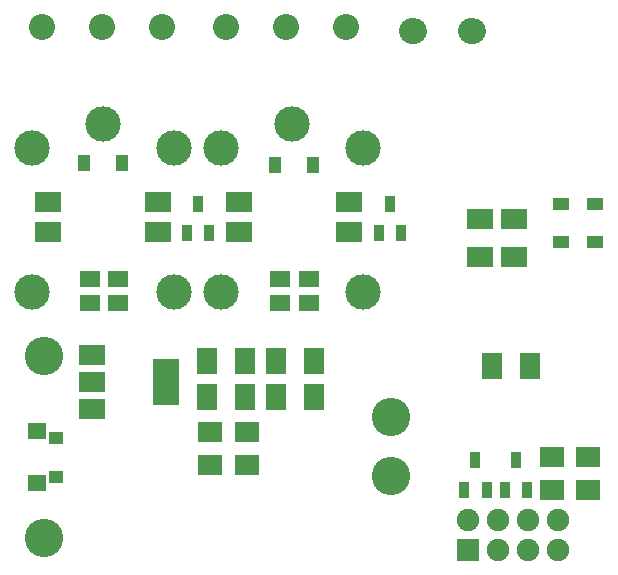
<source format=gbs>
G04 Layer: BottomSolderMaskLayer*
G04 EasyEDA v5.9.42, Tue, 02 Apr 2019 20:51:07 GMT*
G04 166f39b61798459ea13d042530858995*
G04 Gerber Generator version 0.2*
G04 Scale: 100 percent, Rotated: No, Reflected: No *
G04 Dimensions in millimeters *
G04 leading zeros omitted , absolute positions ,3 integer and 3 decimal *
%FSLAX33Y33*%
%MOMM*%
G90*
G71D02*

%ADD46C,2.203196*%
%ADD48R,1.903197X1.903197*%
%ADD49C,1.903197*%
%ADD51C,3.251200*%
%ADD52C,3.253207*%
%ADD54C,2.997200*%
%ADD55R,1.422400X1.112520*%
%ADD56R,1.803400X2.203196*%
%ADD57R,2.004060X1.803400*%
%ADD59R,2.203196X4.003192*%
%ADD60R,2.203196X1.703197*%
%ADD61R,0.903199X1.453210*%
%ADD62R,1.112520X1.422400*%
%ADD63R,1.253211X1.053211*%
%ADD64R,1.603197X1.453210*%
%ADD65R,1.653210X1.363218*%
%ADD66R,2.203196X1.803400*%

%LPD*%
G54D46*
G01X34098Y45592D02*
G01X34298Y45592D01*
G01X39107Y45592D02*
G01X39307Y45592D01*
G54D59*
G01X13333Y15874D03*
G54D60*
G01X7034Y15873D03*
G01X7034Y18173D03*
G01X7034Y13573D03*
G54D56*
G01X20015Y17651D03*
G01X16814Y17651D03*
G01X20015Y14603D03*
G01X16814Y14603D03*
G01X25857Y17651D03*
G01X22656Y17651D03*
G01X25857Y14606D03*
G01X22656Y14606D03*
G54D55*
G01X49659Y30962D03*
G01X49659Y27711D03*
G01X46736Y30962D03*
G01X46736Y27711D03*
G54D60*
G01X12654Y31112D03*
G01X12654Y28572D03*
G01X3354Y28572D03*
G01X3354Y31112D03*
G01X28779Y31114D03*
G01X28779Y28574D03*
G01X19480Y28574D03*
G01X19480Y31114D03*
G54D57*
G01X45972Y9524D03*
G01X45972Y6730D03*
G01X49023Y9522D03*
G01X49023Y6728D03*
G54D61*
G01X39497Y9250D03*
G01X38547Y6751D03*
G01X40446Y6751D03*
G01X42928Y9248D03*
G01X41978Y6748D03*
G01X43878Y6748D03*
G01X16002Y30967D03*
G01X15052Y28468D03*
G01X16951Y28468D03*
G01X32258Y30967D03*
G01X31308Y28468D03*
G01X33207Y28468D03*
G54D62*
G01X6375Y34416D03*
G01X9626Y34416D03*
G01X22504Y34289D03*
G01X25755Y34289D03*
G54D57*
G01X17016Y8889D03*
G01X17016Y11683D03*
G01X20191Y8889D03*
G01X20191Y11683D03*
G54D56*
G01X40944Y17271D03*
G01X44145Y17271D03*
G54D63*
G01X3975Y11174D03*
G01X3975Y7875D03*
G54D64*
G01X2374Y11749D03*
G01X2374Y7299D03*
G54D65*
G01X9271Y22605D03*
G01X9271Y24637D03*
G01X25400Y22605D03*
G01X25400Y24637D03*
G01X6858Y24637D03*
G01X6858Y22605D03*
G01X22987Y24637D03*
G01X22987Y22605D03*
G54D66*
G01X39879Y29664D03*
G01X39879Y26464D03*
G01X42799Y26466D03*
G01X42799Y29667D03*
G54D48*
G01X38862Y1650D03*
G54D49*
G01X38862Y4190D03*
G01X41402Y1650D03*
G01X41402Y4190D03*
G01X43942Y1650D03*
G01X43942Y4190D03*
G01X46482Y1650D03*
G01X46482Y4190D03*
G54D51*
G01X2952Y2713D03*
G01X2952Y18113D03*
G01X32353Y7915D03*
G54D52*
G01X32353Y12914D03*
G54D54*
G01X18003Y23506D03*
G01X24003Y37707D03*
G01X30002Y35708D03*
G01X18003Y35708D03*
G01X30002Y23506D03*
G01X2001Y23506D03*
G01X8001Y37707D03*
G01X14000Y35708D03*
G01X2001Y35708D03*
G01X14000Y23506D03*
G54D46*
G01X18415Y45973D03*
G01X23495Y45973D03*
G01X28575Y45973D03*
G01X2794Y45973D03*
G01X7874Y45973D03*
G01X12954Y45973D03*
M00*
M02*

</source>
